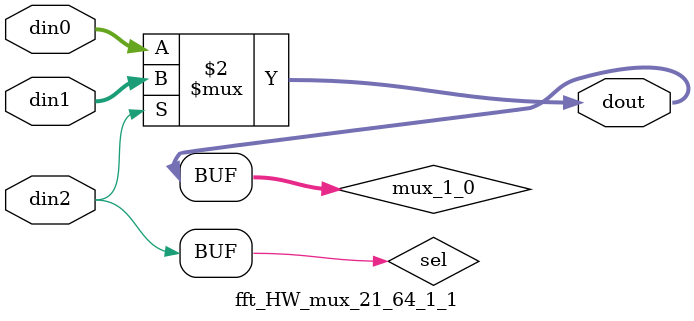
<source format=v>

`timescale 1ns/1ps

module fft_HW_mux_21_64_1_1 #(
parameter
    ID                = 0,
    NUM_STAGE         = 1,
    din0_WIDTH       = 32,
    din1_WIDTH       = 32,
    din2_WIDTH         = 32,
    dout_WIDTH            = 32
)(
    input  [63 : 0]     din0,
    input  [63 : 0]     din1,
    input  [0 : 0]    din2,
    output [63 : 0]   dout);

// puts internal signals
wire [0 : 0]     sel;
// level 1 signals
wire [63 : 0]         mux_1_0;

assign sel = din2;

// Generate level 1 logic
assign mux_1_0 = (sel[0] == 0)? din0 : din1;

// output logic
assign dout = mux_1_0;

endmodule

</source>
